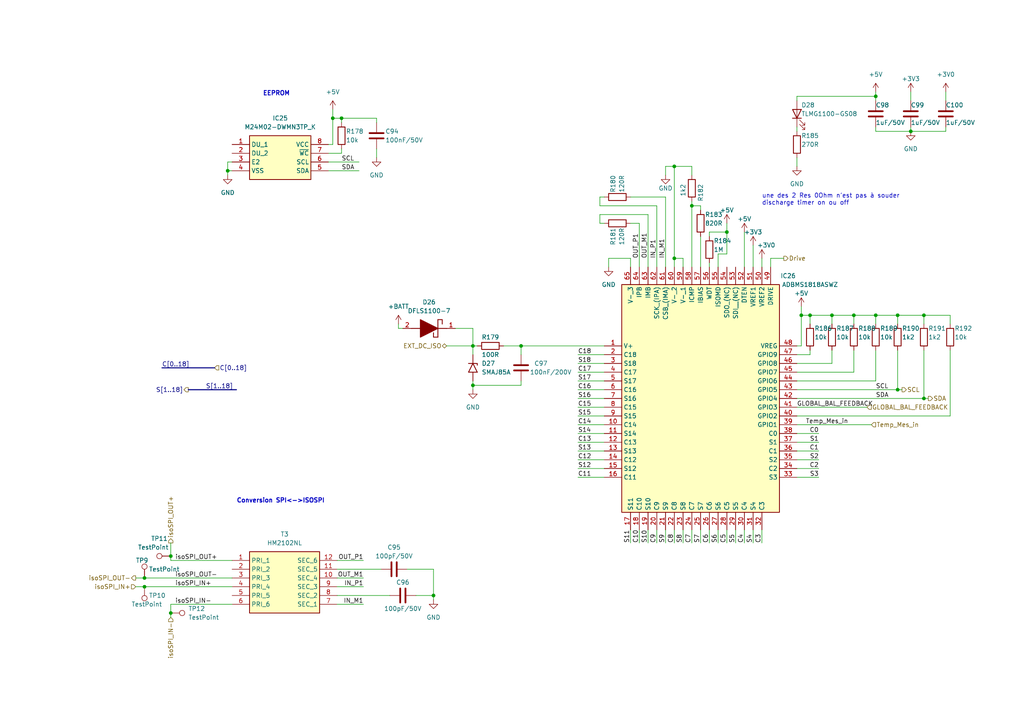
<source format=kicad_sch>
(kicad_sch (version 20230121) (generator eeschema)
  (paper "A4")
  (lib_symbols
    (symbol "ADBMS1818ASWZ:ADBMS1818ASWZ"
      (property "Reference" "IC" (at 52.07 22.86 0))
      (property "Value" "ADBMS1818ASWZ" (at 52.07 20.32 0))
      (symbol "ADBMS1818ASWZ_1_1"
        (rectangle (start 5.08 17.78) (end 50.8 -48.26) (stroke (width 0.254)) (fill (type background)))
        (pin passive line (at 0 0 0) (length 5.08) (name "V+") (number "1"))
        (pin passive line (at 0 -22.86 0) (length 5.08) (name "C14") (number "10"))
        (pin passive line (at 0 -25.4 0) (length 5.08) (name "S14") (number "11"))
        (pin passive line (at 0 -27.94 0) (length 5.08) (name "C13") (number "12"))
        (pin passive line (at 0 -30.48 0) (length 5.08) (name "S13") (number "13"))
        (pin passive line (at 0 -33.02 0) (length 5.08) (name "C12") (number "14"))
        (pin passive line (at 0 -35.56 0) (length 5.08) (name "S12") (number "15"))
        (pin passive line (at 0 -38.1 0) (length 5.08) (name "C11") (number "16"))
        (pin passive line (at 7.62 -53.34 90) (length 5.08) (name "S11") (number "17"))
        (pin passive line (at 10.16 -53.34 90) (length 5.08) (name "C10") (number "18"))
        (pin passive line (at 12.7 -53.34 90) (length 5.08) (name "S10") (number "19"))
        (pin passive line (at 0 -2.54 0) (length 5.08) (name "C18") (number "2"))
        (pin passive line (at 15.24 -53.34 90) (length 5.08) (name "C9") (number "20"))
        (pin passive line (at 17.78 -53.34 90) (length 5.08) (name "S9") (number "21"))
        (pin passive line (at 20.32 -53.34 90) (length 5.08) (name "C8") (number "22"))
        (pin passive line (at 22.86 -53.34 90) (length 5.08) (name "S8") (number "23"))
        (pin passive line (at 25.4 -53.34 90) (length 5.08) (name "C7") (number "24"))
        (pin passive line (at 27.94 -53.34 90) (length 5.08) (name "S7") (number "25"))
        (pin passive line (at 30.48 -53.34 90) (length 5.08) (name "C6") (number "26"))
        (pin passive line (at 33.02 -53.34 90) (length 5.08) (name "S6") (number "27"))
        (pin passive line (at 35.56 -53.34 90) (length 5.08) (name "C5") (number "28"))
        (pin passive line (at 38.1 -53.34 90) (length 5.08) (name "S5") (number "29"))
        (pin passive line (at 0 -5.08 0) (length 5.08) (name "S18") (number "3"))
        (pin passive line (at 40.64 -53.34 90) (length 5.08) (name "C4") (number "30"))
        (pin passive line (at 43.18 -53.34 90) (length 5.08) (name "S4") (number "31"))
        (pin passive line (at 45.72 -53.34 90) (length 5.08) (name "C3") (number "32"))
        (pin passive line (at 55.88 -38.1 180) (length 5.08) (name "S3") (number "33"))
        (pin passive line (at 55.88 -35.56 180) (length 5.08) (name "C2") (number "34"))
        (pin passive line (at 55.88 -33.02 180) (length 5.08) (name "S2") (number "35"))
        (pin passive line (at 55.88 -30.48 180) (length 5.08) (name "C1") (number "36"))
        (pin passive line (at 55.88 -27.94 180) (length 5.08) (name "S1") (number "37"))
        (pin passive line (at 55.88 -25.4 180) (length 5.08) (name "C0") (number "38"))
        (pin passive line (at 55.88 -22.86 180) (length 5.08) (name "GPIO1") (number "39"))
        (pin passive line (at 0 -7.62 0) (length 5.08) (name "C17") (number "4"))
        (pin passive line (at 55.88 -20.32 180) (length 5.08) (name "GPIO2") (number "40"))
        (pin passive line (at 55.88 -17.78 180) (length 5.08) (name "GPIO3") (number "41"))
        (pin passive line (at 55.88 -15.24 180) (length 5.08) (name "GPIO4") (number "42"))
        (pin passive line (at 55.88 -12.7 180) (length 5.08) (name "GPIO5") (number "43"))
        (pin passive line (at 55.88 -10.16 180) (length 5.08) (name "GPIO6") (number "44"))
        (pin passive line (at 55.88 -7.62 180) (length 5.08) (name "GPIO7") (number "45"))
        (pin passive line (at 55.88 -5.08 180) (length 5.08) (name "GPIO8") (number "46"))
        (pin passive line (at 55.88 -2.54 180) (length 5.08) (name "GPIO9") (number "47"))
        (pin passive line (at 55.88 0 180) (length 5.08) (name "VREG") (number "48"))
        (pin passive line (at 48.26 22.86 270) (length 5.08) (name "DRIVE") (number "49"))
        (pin passive line (at 0 -10.16 0) (length 5.08) (name "S17") (number "5"))
        (pin passive line (at 45.72 22.86 270) (length 5.08) (name "VREF2") (number "50"))
        (pin passive line (at 43.18 22.86 270) (length 5.08) (name "VREF1") (number "51"))
        (pin passive line (at 40.64 22.86 270) (length 5.08) (name "DTEN") (number "52"))
        (pin passive line (at 38.1 22.86 270) (length 5.08) (name "SDI__(NC)") (number "53"))
        (pin passive line (at 35.56 22.86 270) (length 5.08) (name "SDO_(NC)") (number "54"))
        (pin passive line (at 33.02 22.86 270) (length 5.08) (name "ISOMD") (number "55"))
        (pin passive line (at 30.48 22.86 270) (length 5.08) (name "WDT") (number "56"))
        (pin passive line (at 27.94 22.86 270) (length 5.08) (name "IBIAS") (number "57"))
        (pin passive line (at 25.4 22.86 270) (length 5.08) (name "ICMP") (number "58"))
        (pin passive line (at 22.86 22.86 270) (length 5.08) (name "V-_1") (number "59"))
        (pin passive line (at 0 -12.7 0) (length 5.08) (name "C16") (number "6"))
        (pin passive line (at 20.32 22.86 270) (length 5.08) (name "V-_2") (number "60"))
        (pin passive line (at 17.78 22.86 270) (length 5.08) (name "CSB_(IMA)") (number "61"))
        (pin passive line (at 15.24 22.86 270) (length 5.08) (name "SCK_(IPA)") (number "62"))
        (pin passive line (at 12.7 22.86 270) (length 5.08) (name "IMB") (number "63"))
        (pin passive line (at 10.16 22.86 270) (length 5.08) (name "IPB") (number "64"))
        (pin passive line (at 7.62 22.86 270) (length 5.08) (name "V-_3") (number "65"))
        (pin passive line (at 0 -15.24 0) (length 5.08) (name "S16") (number "7"))
        (pin passive line (at 0 -17.78 0) (length 5.08) (name "C15") (number "8"))
        (pin passive line (at 0 -20.32 0) (length 5.08) (name "S15") (number "9"))
      )
    )
    (symbol "Connector:TestPoint" (pin_numbers hide) (pin_names (offset 0.762) hide)
      (property "Reference" "TP" (at 0 6.858 0))
      (property "Value" "TestPoint" (at 0 5.08 0))
      (symbol "TestPoint_0_1"
        (circle (center 0 3.302) (radius 0.762))
      )
      (symbol "TestPoint_1_1"
        (pin passive line (at 0 0 90) (length 2.54) (name "1") (number "1"))
      )
    )
    (symbol "DFLS1100-7:DFLS1100-7" (pin_names hide)
      (property "Reference" "D" (at 11.43 5.08 0))
      (property "Value" "DFLS1100-7" (at 11.43 2.54 0))
      (symbol "DFLS1100-7_1_1"
        (polyline (pts (xy 2.54 0) (xy 5.08 0)) (stroke (width 0.254)))
        (polyline (pts (xy 5.08 2.54) (xy 5.08 -2.54)) (stroke (width 0.254)))
        (polyline (pts (xy 10.16 0) (xy 12.7 0)) (stroke (width 0.254)))
        (polyline (pts (xy 5.08 -2.54) (xy 3.81 -2.54) (xy 3.81 -1.27)) (stroke (width 0.254)))
        (polyline (pts (xy 5.08 2.54) (xy 6.35 2.54) (xy 6.35 1.27)) (stroke (width 0.254)))
        (polyline (pts (xy 5.08 0) (xy 10.16 2.54) (xy 10.16 -2.54) (xy 5.08 0)) (stroke (width 0.254)) (fill (type outline)))
        (pin passive line (at 0 0 0) (length 2.54) (name "K") (number "1"))
        (pin passive line (at 15.24 0 180) (length 2.54) (name "A") (number "2"))
      )
    )
    (symbol "Device:C" (pin_numbers hide) (pin_names (offset 0.254))
      (property "Reference" "C" (at 0.635 2.54 0))
      (property "Value" "C" (at 0.635 -2.54 0))
      (symbol "C_0_1"
        (polyline (pts (xy -2.032 -0.762) (xy 2.032 -0.762)) (stroke (width 0.508)))
        (polyline (pts (xy -2.032 0.762) (xy 2.032 0.762)) (stroke (width 0.508)))
      )
      (symbol "C_1_1"
        (pin passive line (at 0 3.81 270) (length 2.794) (name "~") (number "1"))
        (pin passive line (at 0 -3.81 90) (length 2.794) (name "~") (number "2"))
      )
    )
    (symbol "Device:LED" (pin_numbers hide) (pin_names (offset 1.016) hide)
      (property "Reference" "D" (at 0 2.54 0))
      (property "Value" "LED" (at 0 -2.54 0))
      (symbol "LED_0_1"
        (polyline (pts (xy -1.27 -1.27) (xy -1.27 1.27)) (stroke (width 0.254)))
        (polyline (pts (xy -1.27 0) (xy 1.27 0)))
        (polyline (pts (xy 1.27 -1.27) (xy 1.27 1.27) (xy -1.27 0) (xy 1.27 -1.27)) (stroke (width 0.254)))
        (polyline (pts (xy -3.048 -0.762) (xy -4.572 -2.286) (xy -3.81 -2.286) (xy -4.572 -2.286) (xy -4.572 -1.524)))
        (polyline (pts (xy -1.778 -0.762) (xy -3.302 -2.286) (xy -2.54 -2.286) (xy -3.302 -2.286) (xy -3.302 -1.524)))
      )
      (symbol "LED_1_1"
        (pin passive line (at -3.81 0 0) (length 2.54) (name "K") (number "1"))
        (pin passive line (at 3.81 0 180) (length 2.54) (name "A") (number "2"))
      )
    )
    (symbol "Device:R" (pin_numbers hide) (pin_names (offset 0))
      (property "Reference" "R" (at 2.032 0 90))
      (property "Value" "R" (at 0 0 90))
      (symbol "R_0_1"
        (rectangle (start -1.016 -2.54) (end 1.016 2.54) (stroke (width 0.254)))
      )
      (symbol "R_1_1"
        (pin passive line (at 0 3.81 270) (length 1.27) (name "~") (number "1"))
        (pin passive line (at 0 -3.81 90) (length 1.27) (name "~") (number "2"))
      )
    )
    (symbol "Diode:SMAJ85A" (pin_numbers hide) (pin_names (offset 1.016) hide)
      (property "Reference" "D" (at 0 2.54 0))
      (property "Value" "SMAJ85A" (at 0 -2.54 0))
      (symbol "SMAJ85A_0_1"
        (polyline (pts (xy -0.762 1.27) (xy -1.27 1.27) (xy -1.27 -1.27)) (stroke (width 0.254)))
        (polyline (pts (xy 1.27 1.27) (xy 1.27 -1.27) (xy -1.27 0) (xy 1.27 1.27)) (stroke (width 0.254)))
      )
      (symbol "SMAJ85A_1_1"
        (pin passive line (at -3.81 0 0) (length 2.54) (name "A1") (number "1"))
        (pin passive line (at 3.81 0 180) (length 2.54) (name "A2") (number "2"))
      )
    )
    (symbol "HM2102NL:HM2102NL"
      (property "Reference" "T" (at 26.67 7.62 0))
      (property "Value" "HM2102NL" (at 26.67 5.08 0))
      (symbol "HM2102NL_1_1"
        (rectangle (start 5.08 2.54) (end 25.4 -15.24) (stroke (width 0.254)) (fill (type background)))
        (pin passive line (at 0 0 0) (length 5.08) (name "PRI_1") (number "1"))
        (pin passive line (at 30.48 -5.08 180) (length 5.08) (name "SEC_4") (number "10"))
        (pin passive line (at 30.48 -2.54 180) (length 5.08) (name "SEC_5") (number "11"))
        (pin passive line (at 30.48 0 180) (length 5.08) (name "SEC_6") (number "12"))
        (pin passive line (at 0 -2.54 0) (length 5.08) (name "PRI_2") (number "2"))
        (pin passive line (at 0 -5.08 0) (length 5.08) (name "PRI_3") (number "3"))
        (pin passive line (at 0 -7.62 0) (length 5.08) (name "PRI_4") (number "4"))
        (pin passive line (at 0 -10.16 0) (length 5.08) (name "PRI_5") (number "5"))
        (pin passive line (at 0 -12.7 0) (length 5.08) (name "PRI_6") (number "6"))
        (pin passive line (at 30.48 -12.7 180) (length 5.08) (name "SEC_1") (number "7"))
        (pin passive line (at 30.48 -10.16 180) (length 5.08) (name "SEC_2") (number "8"))
        (pin passive line (at 30.48 -7.62 180) (length 5.08) (name "SEC_3") (number "9"))
      )
    )
    (symbol "M24M02-DWMN3TP_K:M24M02-DWMN3TP_K"
      (property "Reference" "IC" (at 24.13 7.62 0))
      (property "Value" "M24M02-DWMN3TP_K" (at 24.13 5.08 0))
      (symbol "M24M02-DWMN3TP_K_1_1"
        (rectangle (start 5.08 2.54) (end 22.86 -10.16) (stroke (width 0.254)) (fill (type background)))
        (pin passive line (at 0 0 0) (length 5.08) (name "DU_1") (number "1"))
        (pin passive line (at 0 -2.54 0) (length 5.08) (name "DU_2") (number "2"))
        (pin passive line (at 0 -5.08 0) (length 5.08) (name "E2") (number "3"))
        (pin passive line (at 0 -7.62 0) (length 5.08) (name "VSS") (number "4"))
        (pin passive line (at 27.94 -7.62 180) (length 5.08) (name "SDA") (number "5"))
        (pin passive line (at 27.94 -5.08 180) (length 5.08) (name "SCL") (number "6"))
        (pin passive line (at 27.94 -2.54 180) (length 5.08) (name "~{WC}") (number "7"))
        (pin passive line (at 27.94 0 180) (length 5.08) (name "VCC") (number "8"))
      )
    )
    (symbol "power:+3V0" (power) (pin_names (offset 0))
      (property "Value" "+3V0" (at 0 3.556 0))
      (symbol "+3V0_0_1"
        (polyline (pts (xy -0.762 1.27) (xy 0 2.54)))
        (polyline (pts (xy 0 0) (xy 0 2.54)))
        (polyline (pts (xy 0 2.54) (xy 0.762 1.27)))
      )
      (symbol "+3V0_1_1"
        (pin power_in line (at 0 0 90) (length 0) hide (name "+3V0") (number "1"))
      )
    )
    (symbol "power:+3V3" (power) (pin_names (offset 0))
      (property "Value" "+3V3" (at 0 3.556 0))
      (symbol "+3V3_0_1"
        (polyline (pts (xy -0.762 1.27) (xy 0 2.54)))
        (polyline (pts (xy 0 0) (xy 0 2.54)))
        (polyline (pts (xy 0 2.54) (xy 0.762 1.27)))
      )
      (symbol "+3V3_1_1"
        (pin power_in line (at 0 0 90) (length 0) hide (name "+3V3") (number "1"))
      )
    )
    (symbol "power:+5V" (power) (pin_names (offset 0))
      (property "Value" "+5V" (at 0 3.556 0))
      (symbol "+5V_0_1"
        (polyline (pts (xy -0.762 1.27) (xy 0 2.54)))
        (polyline (pts (xy 0 0) (xy 0 2.54)))
        (polyline (pts (xy 0 2.54) (xy 0.762 1.27)))
      )
      (symbol "+5V_1_1"
        (pin power_in line (at 0 0 90) (length 0) hide (name "+5V") (number "1"))
      )
    )
    (symbol "power:+BATT" (power) (pin_names (offset 0))
      (property "Value" "+BATT" (at 0 3.556 0))
      (symbol "+BATT_0_1"
        (polyline (pts (xy -0.762 1.27) (xy 0 2.54)))
        (polyline (pts (xy 0 0) (xy 0 2.54)))
        (polyline (pts (xy 0 2.54) (xy 0.762 1.27)))
      )
      (symbol "+BATT_1_1"
        (pin power_in line (at 0 0 90) (length 0) hide (name "+BATT") (number "1"))
      )
    )
    (symbol "power:GND" (power) (pin_names (offset 0))
      (property "Value" "GND" (at 0 -3.81 0))
      (symbol "GND_0_1"
        (polyline (pts (xy 0 0) (xy 0 -1.27) (xy 1.27 -1.27) (xy 0 -2.54) (xy -1.27 -1.27) (xy 0 -1.27)))
      )
      (symbol "GND_1_1"
        (pin power_in line (at 0 0 270) (length 0) hide (name "GND") (number "1"))
      )
    )
  )
  (junction (at 151.13 100.33))
  (junction (at 137.16 111.76))
  (junction (at 41.91 170.18))
  (junction (at 195.58 48.26))
  (junction (at 41.91 167.64))
  (junction (at 96.52 34.29))
  (junction (at 210.82 67.31))
  (junction (at 260.35 91.44))
  (junction (at 234.95 91.44))
  (junction (at 267.97 91.44))
  (junction (at 254 91.44))
  (junction (at 267.97 115.57))
  (junction (at 66.04 49.53))
  (junction (at 254 27.94))
  (junction (at 260.35 113.03))
  (junction (at 232.41 91.44))
  (junction (at 241.3 91.44))
  (junction (at 247.65 91.44))
  (junction (at 137.16 100.33))
  (junction (at 195.58 74.93))
  (junction (at 99.06 34.29))
  (junction (at 264.16 38.1))
  (junction (at 49.53 177.8))
  (junction (at 49.53 161.29))
  (junction (at 125.73 172.72))
  (junction (at 200.66 59.69))
  (wire (pts (xy 49.53 161.29) (xy 49.53 162.56)))
  (wire (pts (xy 274.32 26.67) (xy 274.32 29.21)))
  (wire (pts (xy 195.58 74.93) (xy 195.58 77.47)))
  (wire (pts (xy 125.73 165.1) (xy 125.73 172.72)))
  (wire (pts (xy 195.58 48.26) (xy 200.66 48.26)))
  (wire (pts (xy 66.04 46.99) (xy 66.04 49.53)))
  (wire (pts (xy 231.14 48.26) (xy 231.14 45.72)))
  (wire (pts (xy 137.16 110.49) (xy 137.16 111.76)))
  (wire (pts (xy 241.3 101.6) (xy 241.3 105.41)))
  (wire (pts (xy 231.14 100.33) (xy 232.41 100.33)))
  (wire (pts (xy 267.97 91.44) (xy 267.97 93.98)))
  (wire (pts (xy 231.14 125.73) (xy 237.49 125.73)))
  (wire (pts (xy 210.82 64.77) (xy 210.82 67.31)))
  (wire (pts (xy 200.66 48.26) (xy 200.66 50.8)))
  (wire (pts (xy 137.16 111.76) (xy 151.13 111.76)))
  (wire (pts (xy 213.36 153.67) (xy 213.36 157.48)))
  (wire (pts (xy 167.64 118.11) (xy 175.26 118.11)))
  (wire (pts (xy 115.57 95.25) (xy 116.84 95.25)))
  (wire (pts (xy 49.53 177.8) (xy 49.53 179.07)))
  (wire (pts (xy 167.64 135.89) (xy 175.26 135.89)))
  (wire (pts (xy 203.2 153.67) (xy 203.2 157.48)))
  (wire (pts (xy 220.98 74.93) (xy 220.98 77.47)))
  (wire (pts (xy 234.95 91.44) (xy 234.95 93.98)))
  (wire (pts (xy 99.06 34.29) (xy 99.06 35.56)))
  (wire (pts (xy 95.25 46.99) (xy 104.14 46.99)))
  (wire (pts (xy 96.52 34.29) (xy 96.52 41.91)))
  (wire (pts (xy 190.5 153.67) (xy 190.5 157.48)))
  (wire (pts (xy 264.16 38.1) (xy 274.32 38.1)))
  (wire (pts (xy 182.88 64.77) (xy 185.42 64.77)))
  (wire (pts (xy 205.74 76.2) (xy 205.74 77.47)))
  (wire (pts (xy 151.13 100.33) (xy 151.13 102.87)))
  (wire (pts (xy 173.99 57.15) (xy 175.26 57.15)))
  (wire (pts (xy 260.35 91.44) (xy 260.35 93.98)))
  (wire (pts (xy 247.65 101.6) (xy 247.65 107.95)))
  (wire (pts (xy 231.14 135.89) (xy 237.49 135.89)))
  (wire (pts (xy 39.37 167.64) (xy 41.91 167.64)))
  (wire (pts (xy 118.11 165.1) (xy 125.73 165.1)))
  (bus (pts (xy 54.61 113.03) (xy 68.58 113.03)))
  (wire (pts (xy 173.99 59.69) (xy 190.5 59.69)))
  (wire (pts (xy 167.64 113.03) (xy 175.26 113.03)))
  (wire (pts (xy 182.88 153.67) (xy 182.88 157.48)))
  (wire (pts (xy 205.74 67.31) (xy 205.74 68.58)))
  (wire (pts (xy 232.41 88.9) (xy 232.41 91.44)))
  (wire (pts (xy 218.44 71.12) (xy 218.44 77.47)))
  (wire (pts (xy 41.91 167.64) (xy 67.31 167.64)))
  (wire (pts (xy 200.66 153.67) (xy 200.66 157.48)))
  (wire (pts (xy 125.73 172.72) (xy 125.73 173.99)))
  (wire (pts (xy 99.06 43.18) (xy 99.06 44.45)))
  (wire (pts (xy 205.74 67.31) (xy 210.82 67.31)))
  (wire (pts (xy 267.97 101.6) (xy 267.97 115.57)))
  (wire (pts (xy 151.13 110.49) (xy 151.13 111.76)))
  (wire (pts (xy 167.64 128.27) (xy 175.26 128.27)))
  (wire (pts (xy 66.04 46.99) (xy 67.31 46.99)))
  (wire (pts (xy 182.88 74.93) (xy 182.88 77.47)))
  (wire (pts (xy 231.14 120.65) (xy 275.59 120.65)))
  (wire (pts (xy 234.95 91.44) (xy 241.3 91.44)))
  (wire (pts (xy 198.12 153.67) (xy 198.12 157.48)))
  (wire (pts (xy 231.14 138.43) (xy 237.49 138.43)))
  (wire (pts (xy 254 91.44) (xy 260.35 91.44)))
  (wire (pts (xy 97.79 167.64) (xy 105.41 167.64)))
  (wire (pts (xy 254 26.67) (xy 254 27.94)))
  (wire (pts (xy 195.58 48.26) (xy 195.58 74.93)))
  (wire (pts (xy 267.97 115.57) (xy 269.24 115.57)))
  (wire (pts (xy 185.42 153.67) (xy 185.42 157.48)))
  (wire (pts (xy 95.25 44.45) (xy 99.06 44.45)))
  (wire (pts (xy 231.14 38.1) (xy 231.14 36.83)))
  (wire (pts (xy 193.04 48.26) (xy 193.04 50.8)))
  (wire (pts (xy 187.96 62.23) (xy 187.96 77.47)))
  (wire (pts (xy 195.58 153.67) (xy 195.58 157.48)))
  (wire (pts (xy 254 29.21) (xy 254 27.94)))
  (wire (pts (xy 267.97 91.44) (xy 275.59 91.44)))
  (wire (pts (xy 185.42 64.77) (xy 185.42 77.47)))
  (wire (pts (xy 254 101.6) (xy 254 110.49)))
  (wire (pts (xy 187.96 153.67) (xy 187.96 157.48)))
  (wire (pts (xy 231.14 27.94) (xy 254 27.94)))
  (wire (pts (xy 264.16 36.83) (xy 264.16 38.1)))
  (wire (pts (xy 129.54 100.33) (xy 137.16 100.33)))
  (wire (pts (xy 151.13 100.33) (xy 175.26 100.33)))
  (wire (pts (xy 231.14 27.94) (xy 231.14 29.21)))
  (wire (pts (xy 96.52 34.29) (xy 99.06 34.29)))
  (wire (pts (xy 215.9 67.31) (xy 215.9 77.47)))
  (wire (pts (xy 39.37 170.18) (xy 41.91 170.18)))
  (wire (pts (xy 167.64 123.19) (xy 175.26 123.19)))
  (wire (pts (xy 254 91.44) (xy 254 93.98)))
  (wire (pts (xy 97.79 165.1) (xy 110.49 165.1)))
  (wire (pts (xy 210.82 67.31) (xy 210.82 73.66)))
  (wire (pts (xy 167.64 105.41) (xy 175.26 105.41)))
  (wire (pts (xy 223.52 74.93) (xy 227.33 74.93)))
  (wire (pts (xy 66.04 49.53) (xy 67.31 49.53)))
  (wire (pts (xy 198.12 74.93) (xy 198.12 77.47)))
  (wire (pts (xy 96.52 31.75) (xy 96.52 34.29)))
  (wire (pts (xy 210.82 73.66) (xy 208.28 73.66)))
  (wire (pts (xy 231.14 102.87) (xy 234.95 102.87)))
  (wire (pts (xy 274.32 36.83) (xy 274.32 38.1)))
  (wire (pts (xy 208.28 153.67) (xy 208.28 157.48)))
  (wire (pts (xy 231.14 110.49) (xy 254 110.49)))
  (wire (pts (xy 193.04 48.26) (xy 195.58 48.26)))
  (wire (pts (xy 66.04 49.53) (xy 66.04 50.8)))
  (wire (pts (xy 241.3 91.44) (xy 247.65 91.44)))
  (wire (pts (xy 275.59 91.44) (xy 275.59 93.98)))
  (wire (pts (xy 109.22 34.29) (xy 109.22 35.56)))
  (wire (pts (xy 49.53 157.48) (xy 49.53 161.29)))
  (wire (pts (xy 41.91 170.18) (xy 67.31 170.18)))
  (wire (pts (xy 203.2 68.58) (xy 203.2 77.47)))
  (wire (pts (xy 146.05 100.33) (xy 151.13 100.33)))
  (wire (pts (xy 97.79 172.72) (xy 113.03 172.72)))
  (wire (pts (xy 260.35 113.03) (xy 260.35 101.6)))
  (wire (pts (xy 231.14 107.95) (xy 247.65 107.95)))
  (wire (pts (xy 167.64 120.65) (xy 175.26 120.65)))
  (wire (pts (xy 167.64 130.81) (xy 175.26 130.81)))
  (wire (pts (xy 223.52 74.93) (xy 223.52 77.47)))
  (wire (pts (xy 275.59 101.6) (xy 275.59 120.65)))
  (wire (pts (xy 220.98 153.67) (xy 220.98 157.48)))
  (wire (pts (xy 167.64 133.35) (xy 175.26 133.35)))
  (wire (pts (xy 132.08 95.25) (xy 137.16 95.25)))
  (wire (pts (xy 205.74 153.67) (xy 205.74 157.48)))
  (wire (pts (xy 231.14 115.57) (xy 267.97 115.57)))
  (bus (pts (xy 46.99 106.68) (xy 62.23 106.68)))
  (wire (pts (xy 231.14 133.35) (xy 237.49 133.35)))
  (wire (pts (xy 208.28 73.66) (xy 208.28 77.47)))
  (wire (pts (xy 218.44 153.67) (xy 218.44 157.48)))
  (wire (pts (xy 173.99 62.23) (xy 173.99 64.77)))
  (wire (pts (xy 231.14 105.41) (xy 241.3 105.41)))
  (wire (pts (xy 137.16 95.25) (xy 137.16 100.33)))
  (wire (pts (xy 200.66 58.42) (xy 200.66 59.69)))
  (wire (pts (xy 49.53 162.56) (xy 67.31 162.56)))
  (wire (pts (xy 182.88 57.15) (xy 193.04 57.15)))
  (wire (pts (xy 231.14 130.81) (xy 237.49 130.81)))
  (wire (pts (xy 49.53 175.26) (xy 49.53 177.8)))
  (wire (pts (xy 254 38.1) (xy 264.16 38.1)))
  (wire (pts (xy 260.35 91.44) (xy 267.97 91.44)))
  (wire (pts (xy 173.99 57.15) (xy 173.99 59.69)))
  (wire (pts (xy 190.5 59.69) (xy 190.5 77.47)))
  (wire (pts (xy 167.64 115.57) (xy 175.26 115.57)))
  (wire (pts (xy 193.04 153.67) (xy 193.04 157.48)))
  (wire (pts (xy 210.82 153.67) (xy 210.82 157.48)))
  (wire (pts (xy 232.41 91.44) (xy 234.95 91.44)))
  (wire (pts (xy 167.64 138.43) (xy 175.26 138.43)))
  (wire (pts (xy 137.16 111.76) (xy 137.16 113.03)))
  (wire (pts (xy 247.65 91.44) (xy 254 91.44)))
  (wire (pts (xy 215.9 153.67) (xy 215.9 157.48)))
  (wire (pts (xy 97.79 175.26) (xy 105.41 175.26)))
  (wire (pts (xy 231.14 113.03) (xy 260.35 113.03)))
  (wire (pts (xy 167.64 107.95) (xy 175.26 107.95)))
  (wire (pts (xy 176.53 74.93) (xy 176.53 77.47)))
  (wire (pts (xy 264.16 26.67) (xy 264.16 29.21)))
  (wire (pts (xy 115.57 93.98) (xy 115.57 95.25)))
  (wire (pts (xy 200.66 59.69) (xy 200.66 77.47)))
  (wire (pts (xy 200.66 59.69) (xy 203.2 59.69)))
  (wire (pts (xy 247.65 91.44) (xy 247.65 93.98)))
  (wire (pts (xy 232.41 91.44) (xy 232.41 100.33)))
  (wire (pts (xy 137.16 100.33) (xy 138.43 100.33)))
  (wire (pts (xy 241.3 91.44) (xy 241.3 93.98)))
  (wire (pts (xy 97.79 170.18) (xy 105.41 170.18)))
  (wire (pts (xy 49.53 175.26) (xy 67.31 175.26)))
  (wire (pts (xy 176.53 74.93) (xy 182.88 74.93)))
  (wire (pts (xy 120.65 172.72) (xy 125.73 172.72)))
  (wire (pts (xy 167.64 102.87) (xy 175.26 102.87)))
  (wire (pts (xy 231.14 128.27) (xy 237.49 128.27)))
  (wire (pts (xy 231.14 118.11) (xy 251.46 118.11)))
  (wire (pts (xy 99.06 34.29) (xy 109.22 34.29)))
  (wire (pts (xy 137.16 100.33) (xy 137.16 102.87)))
  (wire (pts (xy 96.52 41.91) (xy 95.25 41.91)))
  (wire (pts (xy 234.95 101.6) (xy 234.95 102.87)))
  (wire (pts (xy 173.99 62.23) (xy 187.96 62.23)))
  (wire (pts (xy 109.22 43.18) (xy 109.22 45.72)))
  (wire (pts (xy 260.35 113.03) (xy 261.62 113.03)))
  (wire (pts (xy 167.64 110.49) (xy 175.26 110.49)))
  (wire (pts (xy 173.99 64.77) (xy 175.26 64.77)))
  (wire (pts (xy 195.58 74.93) (xy 198.12 74.93)))
  (wire (pts (xy 97.79 162.56) (xy 105.41 162.56)))
  (wire (pts (xy 193.04 57.15) (xy 193.04 77.47)))
  (wire (pts (xy 167.64 125.73) (xy 175.26 125.73)))
  (wire (pts (xy 95.25 49.53) (xy 104.14 49.53)))
  (wire (pts (xy 231.14 123.19) (xy 252.73 123.19)))
  (wire (pts (xy 203.2 59.69) (xy 203.2 60.96)))
  (wire (pts (xy 254 38.1) (xy 254 36.83)))
  (text "EEPROM\n" (at 76.2 27.94 0) (effects (font (size 1.27 1.27) (thickness 0.254) bold) (justify left bottom)))
  (text "Conversion SPI<->ISOSPI" (at 68.58 146.05 0) (effects (font (size 1.27 1.27) (thickness 0.254) bold) (justify left bottom)))
  (text "une des 2 Res 0Ohm n'est pas à souder\ndischarge timer on ou off\n" (at 220.98 59.69 0) (effects (font (size 1.27 1.27)) (justify left bottom)))
  (label "S[1..18]" (at 59.69 113.03 0))
  (label "SDA" (at 254 115.57 0))
  (label "Temp_Mes_in" (at 233.68 123.19 0))
  (label "C5" (at 210.82 157.48 90))
  (label "IN_P1" (at 105.41 170.18 180))
  (label "C6" (at 205.74 157.48 90))
  (label "C11" (at 167.64 138.43 0))
  (label "S5" (at 213.36 157.48 90))
  (label "C1" (at 237.49 130.81 180))
  (label "S6" (at 208.28 157.48 90))
  (label "S4" (at 218.44 157.48 90))
  (label "S11" (at 182.88 157.48 90))
  (label "C15" (at 167.64 118.11 0))
  (label "C16" (at 167.64 113.03 0))
  (label "IN_M1" (at 193.04 74.93 90))
  (label "C0" (at 237.49 125.73 180))
  (label "C14" (at 167.64 123.19 0))
  (label "C13" (at 167.64 128.27 0))
  (label "isoSPI_IN+" (at 50.8 170.18 0))
  (label "S9" (at 193.04 157.48 90))
  (label "C4" (at 215.9 157.48 90))
  (label "SCL" (at 254 113.03 0))
  (label "S1" (at 237.49 128.27 180))
  (label "S15" (at 167.64 120.65 0))
  (label "C3" (at 220.98 157.48 90))
  (label "C12" (at 167.64 133.35 0))
  (label "S13" (at 167.64 130.81 0))
  (label "OUT_P1" (at 105.41 162.56 180))
  (label "SCL" (at 99.06 46.99 0))
  (label "S10" (at 187.96 157.48 90))
  (label "OUT_M1" (at 105.41 167.64 180))
  (label "C2" (at 237.49 135.89 180))
  (label "S16" (at 167.64 115.57 0))
  (label "S8" (at 198.12 157.48 90))
  (label "isoSPI_IN-" (at 50.8 175.26 0))
  (label "IN_M1" (at 105.41 175.26 180))
  (label "C7" (at 200.66 157.48 90))
  (label "isoSPI_OUT-" (at 50.8 167.64 0))
  (label "OUT_P1" (at 185.42 74.93 90))
  (label "C10" (at 185.42 157.48 90))
  (label "S12" (at 167.64 135.89 0))
  (label "C17" (at 167.64 107.95 0))
  (label "S14" (at 167.64 125.73 0))
  (label "SDA" (at 99.06 49.53 0))
  (label "C18" (at 167.64 102.87 0))
  (label "C8" (at 195.58 157.48 90))
  (label "GLOBAL_BAL_FEEDBACK" (at 231.14 118.11 0))
  (label "S7" (at 203.2 157.48 90))
  (label "S2" (at 237.49 133.35 180))
  (label "S18" (at 167.64 105.41 0))
  (label "IN_P1" (at 190.5 74.93 90))
  (label "C[0..18]" (at 46.99 106.68 0))
  (label "S17" (at 167.64 110.49 0))
  (label "C9" (at 190.5 157.48 90))
  (label "S3" (at 237.49 138.43 180))
  (label "isoSPI_OUT+" (at 50.8 162.56 0))
  (label "OUT_M1" (at 187.96 74.93 90))
  (hierarchical_label "C[0..18]" (shape input) (at 62.23 106.68 0))
  (hierarchical_label "S[1..18]" (shape output) (at 54.61 113.03 180))
  (hierarchical_label "isoSPI_IN-" (shape input) (at 49.53 179.07 270))
  (hierarchical_label "GLOBAL_BAL_FEEDBACK" (shape input) (at 251.46 118.11 0))
  (hierarchical_label "Drive" (shape output) (at 227.33 74.93 0))
  (hierarchical_label "isoSPI_OUT+" (shape output) (at 49.53 157.48 90))
  (hierarchical_label "SCL" (shape output) (at 261.62 113.03 0))
  (hierarchical_label "isoSPI_OUT-" (shape output) (at 39.37 167.64 180))
  (hierarchical_label "Temp_Mes_in" (shape input) (at 252.73 123.19 0))
  (hierarchical_label "SDA" (shape output) (at 269.24 115.57 0))
  (hierarchical_label "EXT_DC_ISO" (shape bidirectional) (at 129.54 100.33 180))
  (hierarchical_label "isoSPI_IN+" (shape input) (at 39.37 170.18 180))
  (symbol (lib_id "Device:C") (at 151.13 106.68 0) (unit 1)
    (property "Reference" "C75" (at 154.94 105.41 0) (effects (justify left)))
    (property "Value" "100nF/200V" (at 153.67 107.95 0) (effects (justify left)))
    (property "Footprint" "Capacitor_SMD:C_1206_3216Metric" (effects hide))
    (instances (project "BMS-Slave" (path "" (reference "C97") (unit 1))))
  )
  (symbol (lib_id "power:GND") (at 264.16 38.1 0) (unit 1)
    (property "Reference" "#PWR054" (effects hide))
    (property "Value" "GND" (at 264.16 43.18 0))
    (instances (project "BMS-Slave" (path "" (reference "#PWR083") (unit 1))))
  )
  (symbol (lib_id "power:+3V0") (at 220.98 74.93 0) (unit 1)
    (property "Reference" "#PWR049" (effects hide))
    (property "Value" "+3V0" (at 222.25 71.12 0))
    (instances (project "BMS-Slave" (path "" (reference "#PWR078") (unit 1))))
  )
  (symbol (lib_id "power:+5V") (at 232.41 88.9 0) (unit 1)
    (property "Reference" "#PWR051" (effects hide))
    (property "Value" "+5V" (at 232.41 85.09 0))
    (instances (project "BMS-Slave" (path "" (reference "#PWR080") (unit 1))))
  )
  (symbol (lib_id "Device:R") (at 179.07 57.15 90) (unit 1)
    (property "Reference" "R151" (at 177.8 55.88 0) (effects (justify left)))
    (property "Value" "120R" (at 180.34 55.88 0) (effects (justify left)))
    (property "Footprint" "Resistor_SMD:R_0603_1608Metric" (effects hide))
    (instances (project "BMS-Slave" (path "" (reference "R180") (unit 1))))
  )
  (symbol (lib_id "Device:C") (at 264.16 33.02 0) (unit 1)
    (property "Reference" "C77" (at 264.16 30.48 0) (effects (justify left)))
    (property "Value" "1uF/50V" (at 264.16 35.56 0) (effects (justify left)))
    (property "Footprint" "Capacitor_SMD:C_0805_2012Metric" (effects hide))
    (instances (project "BMS-Slave" (path "" (reference "C99") (unit 1))))
  )
  (symbol (lib_id "Connector:TestPoint") (at 49.53 177.8 270) (unit 1)
    (property "Reference" "TP8" (at 54.61 176.53 90) (effects (justify left)))
    (property "Value" "TestPoint" (at 54.61 179.07 90) (effects (justify left)))
    (property "Footprint" "TestPoint:TestPoint_Pad_1.5x1.5mm" (effects hide))
    (instances (project "BMS-Slave" (path "" (reference "TP12") (unit 1))))
  )
  (symbol (lib_id "power:GND") (at 109.22 45.72 0) (unit 1)
    (property "Reference" "#PWR040" (effects hide))
    (property "Value" "GND" (at 109.22 50.8 0))
    (instances (project "BMS-Slave" (path "" (reference "#PWR069") (unit 1))))
  )
  (symbol (lib_id "power:GND") (at 193.04 50.8 0) (unit 1)
    (property "Reference" "#PWR045" (effects hide))
    (property "Value" "GND" (at 193.04 54.61 0))
    (instances (project "BMS-Slave" (path "" (reference "#PWR074") (unit 1))))
  )
  (symbol (lib_id "Device:R") (at 142.24 100.33 90) (unit 1)
    (property "Reference" "R34" (at 142.24 97.79 90))
    (property "Value" "100R" (at 142.24 102.87 90))
    (property "Footprint" "Resistor_SMD:R_0805_2012Metric" (effects hide))
    (instances (project "BMS-Slave" (path "" (reference "R179") (unit 1))))
  )
  (symbol (lib_id "Device:R") (at 179.07 64.77 270) (unit 1)
    (property "Reference" "R152" (at 177.8 66.04 0) (effects (justify left)))
    (property "Value" "120R" (at 180.34 66.04 0) (effects (justify left)))
    (property "Footprint" "Resistor_SMD:R_0603_1608Metric" (effects hide))
    (instances (project "BMS-Slave" (path "" (reference "R181") (unit 1))))
  )
  (symbol (lib_id "Device:R") (at 234.95 97.79 0) (unit 1)
    (property "Reference" "R157" (at 236.22 95.25 0) (effects (justify left)))
    (property "Value" "10k" (at 236.22 97.79 0) (effects (justify left)))
    (property "Footprint" "Resistor_SMD:R_0603_1608Metric" (effects hide))
    (instances (project "BMS-Slave" (path "" (reference "R186") (unit 1))))
  )
  (symbol (lib_id "Connector:TestPoint") (at 49.53 161.29 90) (unit 1)
    (property "Reference" "TP7" (at 46.228 156.21 90))
    (property "Value" "TestPoint" (at 44.45 158.75 90))
    (property "Footprint" "TestPoint:TestPoint_Pad_1.5x1.5mm" (effects hide))
    (instances (project "BMS-Slave" (path "" (reference "TP11") (unit 1))))
  )
  (symbol (lib_id "power:GND") (at 125.73 173.99 0) (unit 1)
    (property "Reference" "#PWR042" (effects hide))
    (property "Value" "GND" (at 125.73 179.07 0))
    (instances (project "BMS-Slave" (path "" (reference "#PWR071") (unit 1))))
  )
  (symbol (lib_id "power:GND") (at 231.14 48.26 0) (unit 1)
    (property "Reference" "#PWR050" (effects hide))
    (property "Value" "GND" (at 231.14 53.34 0))
    (instances (project "BMS-Slave" (path "" (reference "#PWR079") (unit 1))))
  )
  (symbol (lib_id "Device:R") (at 254 97.79 0) (unit 1)
    (property "Reference" "R160" (at 255.27 95.25 0) (effects (justify left)))
    (property "Value" "10k" (at 255.27 97.79 0) (effects (justify left)))
    (property "Footprint" "Resistor_SMD:R_0603_1608Metric" (effects hide))
    (instances (project "BMS-Slave" (path "" (reference "R189") (unit 1))))
  )
  (symbol (lib_id "Device:R") (at 260.35 97.79 0) (unit 1)
    (property "Reference" "R161" (at 261.62 95.25 0) (effects (justify left)))
    (property "Value" "1k2" (at 261.62 97.79 0) (effects (justify left)))
    (property "Footprint" "Resistor_SMD:R_0603_1608Metric" (effects hide))
    (instances (project "BMS-Slave" (path "" (reference "R190") (unit 1))))
  )
  (symbol (lib_id "Device:R") (at 231.14 41.91 0) (unit 1)
    (property "Reference" "R156" (at 232.41 39.37 0) (effects (justify left)))
    (property "Value" "270R" (at 232.41 41.91 0) (effects (justify left)))
    (property "Footprint" "Resistor_SMD:R_0603_1608Metric" (effects hide))
    (instances (project "BMS-Slave" (path "" (reference "R185") (unit 1))))
  )
  (symbol (lib_id "Device:R") (at 241.3 97.79 0) (unit 1)
    (property "Reference" "R158" (at 242.57 95.25 0) (effects (justify left)))
    (property "Value" "10k" (at 242.57 97.79 0) (effects (justify left)))
    (property "Footprint" "Resistor_SMD:R_0603_1608Metric" (effects hide))
    (instances (project "BMS-Slave" (path "" (reference "R187") (unit 1))))
  )
  (symbol (lib_id "power:+5V") (at 215.9 67.31 0) (unit 1)
    (property "Reference" "#PWR047" (effects hide))
    (property "Value" "+5V" (at 215.9 63.5 0))
    (instances (project "BMS-Slave" (path "" (reference "#PWR076") (unit 1))))
  )
  (symbol (lib_id "Device:C") (at 116.84 172.72 90) (unit 1)
    (property "Reference" "C74" (at 116.84 168.91 90))
    (property "Value" "100pF/50V" (at 116.84 176.53 90))
    (property "Footprint" "Capacitor_SMD:C_0603_1608Metric" (effects hide))
    (instances (project "BMS-Slave" (path "" (reference "C96") (unit 1))))
  )
  (symbol (lib_id "Device:R") (at 99.06 39.37 0) (unit 1)
    (property "Reference" "R33" (at 100.33 38.1 0) (effects (justify left)))
    (property "Value" "10k" (at 100.33 40.64 0) (effects (justify left)))
    (property "Footprint" "Resistor_SMD:R_0603_1608Metric" (effects hide))
    (instances (project "BMS-Slave" (path "" (reference "R178") (unit 1))))
  )
  (symbol (lib_id "power:GND") (at 176.53 77.47 0) (unit 1)
    (property "Reference" "#PWR044" (effects hide))
    (property "Value" "GND" (at 176.53 82.55 0))
    (instances (project "BMS-Slave" (path "" (reference "#PWR073") (unit 1))))
  )
  (symbol (lib_id "HM2102NL:HM2102NL") (at 67.31 162.56 0) (unit 1)
    (property "Reference" "T2" (at 82.55 154.94 0))
    (property "Value" "HM2102NL" (at 82.55 157.48 0))
    (property "Footprint" "HM2102NL:SOP200P1473X500-12N" (effects hide))
    (property "Datasheet" "https://productfinder.pulseeng.com/doc_type/WEB301/doc_num/HM2102NL/doc_part/HM2102NL.pdf" (effects hide))
    (property "Height" "5" (effects hide))
    (property "Manufacturer_Name" "Pulse Electronics" (effects hide))
    (property "Manufacturer_Part_Number" "HM2102NL" (effects hide))
    (property "Mouser Part Number" "673-HM2102NL" (effects hide))
    (property "Mouser Price/Stock" "https://www.mouser.co.uk/ProductDetail/Pulse-Electronics/HM2102NL?qs=1mbolxNpo8c93YBFuby5tg%3D%3D" (effects hide))
    (property "Arrow Part Number" "HM2102NL" (effects hide))
    (property "Arrow Price/Stock" "https://www.arrow.com/en/products/hm2102nl/pulse-electronics-corporation" (effects hide))
    (instances (project "BMS-Slave" (path "" (reference "T3") (unit 1))))
  )
  (symbol (lib_id "ADBMS1818ASWZ:ADBMS1818ASWZ") (at 175.26 100.33 0) (unit 1)
    (property "Reference" "IC23" (at 228.6 80.01 0))
    (property "Value" "ADBMS1818ASWZ" (at 234.95 82.55 0))
    (property "Footprint" "ADBMS1818:QFP50P1200X1200X160-65N" (effects hide))
    (property "Datasheet" "https://www.analog.com/ADBMS1818/datasheet" (effects hide))
    (property "Height" "1.6" (effects hide))
    (property "Manufacturer_Name" "Analog Devices" (effects hide))
    (property "Manufacturer_Part_Number" "ADBMS1818ASWZ" (effects hide))
    (property "Mouser Part Number" "584-ADBMS1818ASWZ" (effects hide))
    (property "Mouser Price/Stock" "https://www.mouser.co.uk/ProductDetail/Analog-Devices/ADBMS1818ASWZ?qs=pUKx8fyJudB64VZO6QRyWQ%3D%3D" (effects hide))
    (property "Arrow Part Number" "ADBMS1818ASWZ" (effects hide))
    (property "Arrow Price/Stock" "https://www.arrow.com/en/products/adbms1818aswz/analog-devices?region=nac" (effects hide))
    (instances (project "BMS-Slave" (path "" (reference "IC26") (unit 1))))
  )
  (symbol (lib_id "Device:C") (at 274.32 33.02 0) (unit 1)
    (property "Reference" "C78" (at 274.32 30.48 0) (effects (justify left)))
    (property "Value" "1uF/50V" (at 274.32 35.56 0) (effects (justify left)))
    (property "Footprint" "Capacitor_SMD:C_0805_2012Metric" (effects hide))
    (instances (project "BMS-Slave" (path "" (reference "C100") (unit 1))))
  )
  (symbol (lib_id "power:+5V") (at 210.82 64.77 0) (unit 1)
    (property "Reference" "#PWR046" (effects hide))
    (property "Value" "+5V" (at 210.82 60.96 0))
    (instances (project "BMS-Slave" (path "" (reference "#PWR075") (unit 1))))
  )
  (symbol (lib_id "power:+3V3") (at 218.44 71.12 0) (unit 1)
    (property "Reference" "#PWR048" (effects hide))
    (property "Value" "+3V3" (at 218.44 67.31 0))
    (instances (project "BMS-Slave" (path "" (reference "#PWR077") (unit 1))))
  )
  (symbol (lib_id "Device:C") (at 114.3 165.1 90) (unit 1)
    (property "Reference" "C73" (at 114.3 158.75 90))
    (property "Value" "100pF/50V" (at 114.3 161.29 90))
    (property "Footprint" "Capacitor_SMD:C_0603_1608Metric" (effects hide))
    (instances (project "BMS-Slave" (path "" (reference "C95") (unit 1))))
  )
  (symbol (lib_id "power:GND") (at 66.04 50.8 0) (unit 1)
    (property "Reference" "#PWR038" (effects hide))
    (property "Value" "GND" (at 66.04 55.88 0))
    (instances (project "BMS-Slave" (path "" (reference "#PWR067") (unit 1))))
  )
  (symbol (lib_id "Device:C") (at 109.22 39.37 0) (unit 1)
    (property "Reference" "C72" (at 111.76 38.1 0) (effects (justify left)))
    (property "Value" "100nF/50V" (at 111.76 40.64 0) (effects (justify left)))
    (property "Footprint" "Capacitor_SMD:C_0603_1608Metric" (effects hide))
    (instances (project "BMS-Slave" (path "" (reference "C94") (unit 1))))
  )
  (symbol (lib_id "Device:R") (at 267.97 97.79 0) (unit 1)
    (property "Reference" "R162" (at 269.24 95.25 0) (effects (justify left)))
    (property "Value" "1k2" (at 269.24 97.79 0) (effects (justify left)))
    (property "Footprint" "Resistor_SMD:R_0603_1608Metric" (effects hide))
    (instances (project "BMS-Slave" (path "" (reference "R191") (unit 1))))
  )
  (symbol (lib_id "Device:R") (at 205.74 72.39 0) (unit 1)
    (property "Reference" "R155" (at 207.01 69.85 0) (effects (justify left)))
    (property "Value" "1M" (at 207.01 72.39 0) (effects (justify left)))
    (property "Footprint" "Resistor_SMD:R_0603_1608Metric" (effects hide))
    (instances (project "BMS-Slave" (path "" (reference "R184") (unit 1))))
  )
  (symbol (lib_id "Connector:TestPoint") (at 41.91 170.18 180) (unit 1)
    (property "Reference" "TP6" (at 43.18 172.72 0) (effects (justify right)))
    (property "Value" "TestPoint" (at 38.1 175.26 0) (effects (justify right)))
    (property "Footprint" "TestPoint:TestPoint_Pad_1.5x1.5mm" (effects hide))
    (instances (project "BMS-Slave" (path "" (reference "TP10") (unit 1))))
  )
  (symbol (lib_id "power:GND") (at 137.16 113.03 0) (unit 1)
    (property "Reference" "#PWR043" (effects hide))
    (property "Value" "GND" (at 137.16 118.11 0))
    (instances (project "BMS-Slave" (path "" (reference "#PWR072") (unit 1))))
  )
  (symbol (lib_id "power:+5V") (at 254 26.67 0) (unit 1)
    (property "Reference" "#PWR052" (effects hide))
    (property "Value" "+5V" (at 254 21.59 0))
    (instances (project "BMS-Slave" (path "" (reference "#PWR081") (unit 1))))
  )
  (symbol (lib_id "Device:R") (at 203.2 64.77 0) (unit 1)
    (property "Reference" "R154" (at 204.47 62.23 0) (effects (justify left)))
    (property "Value" "820R" (at 204.47 64.77 0) (effects (justify left)))
    (property "Footprint" "Resistor_SMD:R_0603_1608Metric" (effects hide))
    (instances (project "BMS-Slave" (path "" (reference "R183") (unit 1))))
  )
  (symbol (lib_id "Device:R") (at 200.66 54.61 180) (unit 1)
    (property "Reference" "R153" (at 203.2 53.34 90) (effects (justify left)))
    (property "Value" "1k2" (at 198.12 53.34 90) (effects (justify left)))
    (property "Footprint" "Resistor_SMD:R_0603_1608Metric" (effects hide))
    (instances (project "BMS-Slave" (path "" (reference "R182") (unit 1))))
  )
  (symbol (lib_id "Device:LED") (at 231.14 33.02 90) (unit 1)
    (property "Reference" "D25" (at 232.41 30.48 90) (effects (justify right)))
    (property "Value" "TLMG1100-GS08" (at 232.41 33.02 90) (effects (justify right)))
    (property "Footprint" "LED_SMD:LED_0603_1608Metric" (effects hide))
    (instances (project "BMS-Slave" (path "" (reference "D28") (unit 1))))
  )
  (symbol (lib_id "power:+3V0") (at 274.32 26.67 0) (unit 1)
    (property "Reference" "#PWR055" (effects hide))
    (property "Value" "+3V0" (at 274.32 21.59 0))
    (instances (project "BMS-Slave" (path "" (reference "#PWR084") (unit 1))))
  )
  (symbol (lib_id "Device:R") (at 247.65 97.79 0) (unit 1)
    (property "Reference" "R159" (at 248.92 95.25 0) (effects (justify left)))
    (property "Value" "10k" (at 248.92 97.79 0) (effects (justify left)))
    (property "Footprint" "Resistor_SMD:R_0603_1608Metric" (effects hide))
    (instances (project "BMS-Slave" (path "" (reference "R188") (unit 1))))
  )
  (symbol (lib_id "power:+BATT") (at 115.57 93.98 0) (unit 1)
    (property "Reference" "#PWR041" (effects hide))
    (property "Value" "+BATT" (at 115.57 88.9 0))
    (instances (project "BMS-Slave" (path "" (reference "#PWR070") (unit 1))))
  )
  (symbol (lib_id "Device:R") (at 275.59 97.79 0) (unit 1)
    (property "Reference" "R160" (at 276.86 95.25 0) (effects (justify left)))
    (property "Value" "10k" (at 276.86 97.79 0) (effects (justify left)))
    (property "Footprint" "Resistor_SMD:R_0603_1608Metric" (effects hide))
    (instances (project "BMS-Slave" (path "" (reference "R192") (unit 1))))
  )
  (symbol (lib_id "Diode:SMAJ85A") (at 137.16 106.68 270) (unit 1)
    (property "Reference" "D24" (at 139.7 105.41 90) (effects (justify left)))
    (property "Value" "SMAJ85A" (at 139.7 107.95 90) (effects (justify left)))
    (property "Footprint" "Diode_SMD:D_SMA" (effects hide))
    (property "Datasheet" "https://www.littelfuse.com/media?resourcetype=datasheets&itemid=75e32973-b177-4ee3-a0ff-cedaf1abdb93&filename=smaj-datasheet" (effects hide))
    (instances (project "BMS-Slave" (path "" (reference "D27") (unit 1))))
  )
  (symbol (lib_id "Connector:TestPoint") (at 41.91 167.64 0) (unit 1)
    (property "Reference" "TP5" (at 39.37 162.56 0) (effects (justify left)))
    (property "Value" "TestPoint" (at 43.18 165.1 0) (effects (justify left)))
    (property "Footprint" "TestPoint:TestPoint_Pad_1.5x1.5mm" (effects hide))
    (instances (project "BMS-Slave" (path "" (reference "TP9") (unit 1))))
  )
  (symbol (lib_id "DFLS1100-7:DFLS1100-7") (at 132.08 95.25 180) (unit 1)
    (property "Reference" "D23" (at 124.46 87.63 0))
    (property "Value" "DFLS1100-7" (at 124.46 90.17 0))
    (property "Footprint" "DFLS1100-7:POWERDI123_1" (effects hide))
    (property "Datasheet" "https://datasheet.datasheetarchive.com/originals/distributors/Datasheets-9/DSA-163400.pdf" (effects hide))
    (property "Manufacturer_Name" "Diodes Inc." (effects hide))
    (property "Manufacturer_Part_Number" "DFLS1100-7" (effects hide))
    (property "Mouser Part Number" "621-DFLS1100-7" (effects hide))
    (property "Mouser Price/Stock" "https://www.mouser.co.uk/ProductDetail/Diodes-Incorporated/DFLS1100-7?qs=mQbszxtPdlOXqXCc0ekDEQ%3D%3D" (effects hide))
    (property "Arrow Part Number" "DFLS1100-7" (effects hide))
    (property "Arrow Price/Stock" "https://www.arrow.com/en/products/dfls1100-7/diodes-incorporated?region=nac" (effects hide))
    (instances (project "BMS-Slave" (path "" (reference "D26") (unit 1))))
  )
  (symbol (lib_id "power:+5V") (at 96.52 31.75 0) (unit 1)
    (property "Reference" "#PWR039" (effects hide))
    (property "Value" "+5V" (at 96.52 26.67 0))
    (instances (project "BMS-Slave" (path "" (reference "#PWR068") (unit 1))))
  )
  (symbol (lib_id "power:+3V3") (at 264.16 26.67 0) (unit 1)
    (property "Reference" "#PWR053" (effects hide))
    (property "Value" "+3V3" (at 264.16 22.86 0))
    (instances (project "BMS-Slave" (path "" (reference "#PWR082") (unit 1))))
  )
  (symbol (lib_id "Device:C") (at 254 33.02 0) (unit 1)
    (property "Reference" "C76" (at 254 30.48 0) (effects (justify left)))
    (property "Value" "1uF/50V" (at 254 35.56 0) (effects (justify left)))
    (property "Footprint" "Capacitor_SMD:C_0805_2012Metric" (effects hide))
    (instances (project "BMS-Slave" (path "" (reference "C98") (unit 1))))
  )
  (symbol (lib_id "M24M02-DWMN3TP_K:M24M02-DWMN3TP_K") (at 67.31 41.91 0) (unit 1)
    (property "Reference" "IC22" (at 81.28 34.29 0))
    (property "Value" "M24M02-DWMN3TP_K" (at 81.28 36.83 0))
    (property "Footprint" "SOIC127P600X175-8N" (effects hide))
    (property "Datasheet" "http://www.st.com/st-web-ui/static/active/en/resource/technical/document/datasheet/DM00200595.pdf" (effects hide))
    (property "Height" "1.75" (effects hide))
    (property "Manufacturer_Name" "STMicroelectronics" (effects hide))
    (property "Manufacturer_Part_Number" "M24M02-DWMN3TP/K" (effects hide))
    (property "Mouser Part Number" "511-M24M02-DWMN3TP/K" (effects hide))
    (property "Mouser Price/Stock" "https://www.mouser.co.uk/ProductDetail/STMicroelectronics/M24M02-DWMN3TP-K?qs=BA62vJVifGoXWd89ZCP6xQ%3D%3D" (effects hide))
    (property "Arrow Part Number" "M24M02-DWMN3TP/K" (effects hide))
    (property "Arrow Price/Stock" "https://www.arrow.com/en/products/m24m02-dwmn3tpk/stmicroelectronics?region=nac" (effects hide))
    (instances (project "BMS-Slave" (path "" (reference "IC25") (unit 1))))
  )
)
</source>
